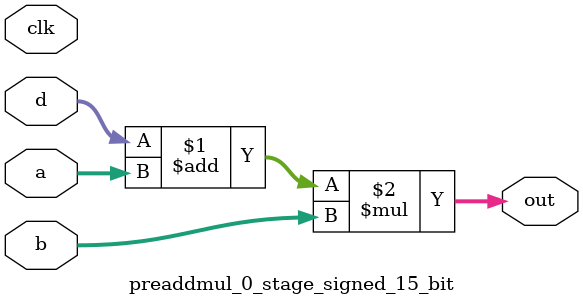
<source format=sv>
(* use_dsp = "yes" *) module preaddmul_0_stage_signed_15_bit(
	input signed [14:0] d,
	input signed [14:0] a,
	input signed [14:0] b,
	output [14:0] out,
	input clk);

	assign out = (d + a) * b;
endmodule

</source>
